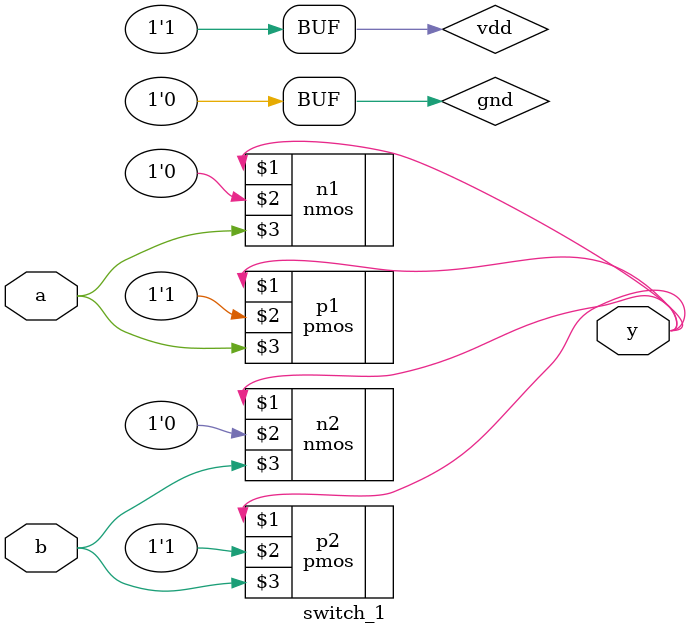
<source format=v>


module switch_1(y,a,b);
input a,b;
output y;
supply0 gnd;
supply1 vdd;
pmos p1(y,vdd,a);
pmos p2(y,vdd,b);

nmos n1(y,gnd,a);
nmos n2(y,gnd,b);
endmodule

</source>
